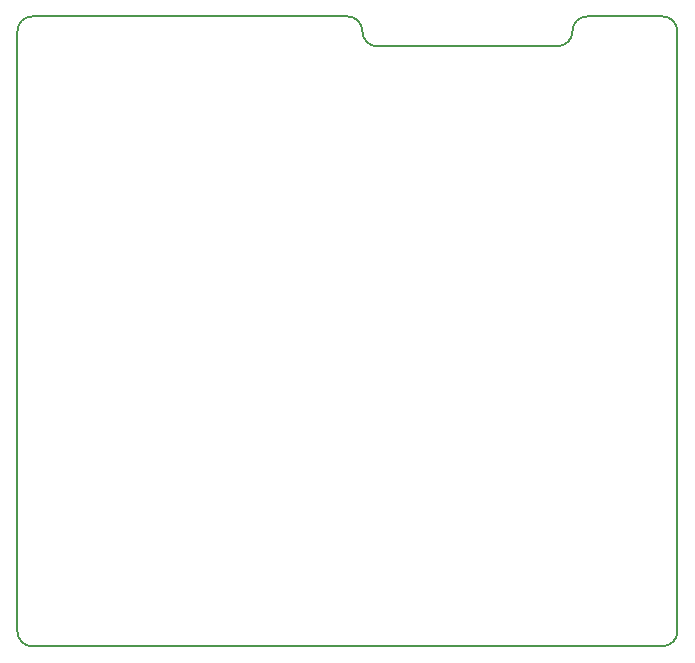
<source format=gbr>
G04 #@! TF.GenerationSoftware,KiCad,Pcbnew,(5.0.2)-1*
G04 #@! TF.CreationDate,2019-03-20T19:27:35+01:00*
G04 #@! TF.ProjectId,HB-UNI-Sen-Lev-Vo,48422d55-4e49-42d5-9365-6e2d4c65762d,V1.0.2*
G04 #@! TF.SameCoordinates,Original*
G04 #@! TF.FileFunction,Profile,NP*
%FSLAX46Y46*%
G04 Gerber Fmt 4.6, Leading zero omitted, Abs format (unit mm)*
G04 Created by KiCad (PCBNEW (5.0.2)-1) date 20.03.2019 19:27:35*
%MOMM*%
%LPD*%
G01*
G04 APERTURE LIST*
%ADD10C,0.150000*%
G04 APERTURE END LIST*
D10*
X172720000Y-50800000D02*
X179070000Y-50800000D01*
X171450000Y-52070000D02*
G75*
G02X172720000Y-50800000I1270000J0D01*
G01*
X152400000Y-50800000D02*
G75*
G02X153670000Y-52070000I0J-1270000D01*
G01*
X154940000Y-53340000D02*
G75*
G02X153670000Y-52070000I0J1270000D01*
G01*
X171450000Y-52070000D02*
G75*
G02X170180000Y-53340000I-1270000J0D01*
G01*
X154940000Y-53340000D02*
X170180000Y-53340000D01*
X180340000Y-102870000D02*
G75*
G02X179070000Y-104140000I-1270000J0D01*
G01*
X125730000Y-104140000D02*
G75*
G02X124460000Y-102870000I0J1270000D01*
G01*
X124460000Y-52070000D02*
G75*
G02X125730000Y-50800000I1270000J0D01*
G01*
X179070000Y-50800000D02*
G75*
G02X180340000Y-52070000I0J-1270000D01*
G01*
X152400000Y-50800000D02*
X125730000Y-50800000D01*
X180340000Y-102870000D02*
X180340000Y-52070000D01*
X125730000Y-104140000D02*
X179070000Y-104140000D01*
X124460000Y-52070000D02*
X124460000Y-102870000D01*
M02*

</source>
